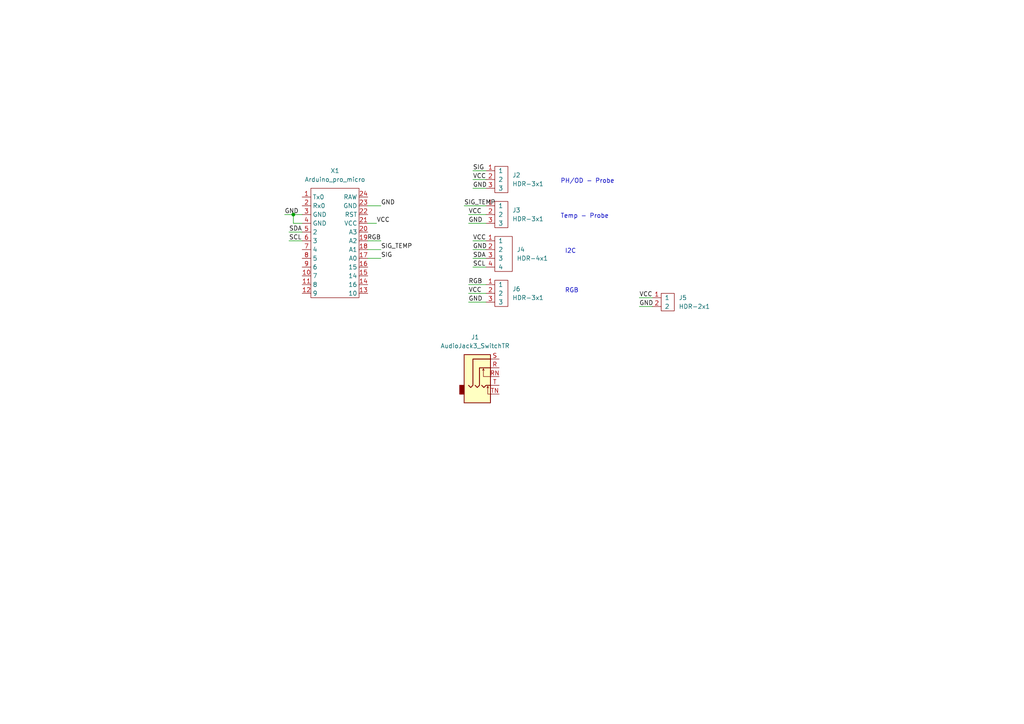
<source format=kicad_sch>
(kicad_sch (version 20211123) (generator eeschema)
  (paper "A4")
  (lib_symbols
    (symbol "Connector:AudioJack3_SwitchTR"
      (property "Reference" "J" (at 0 8.89 0))
      (property "Value" "AudioJack3_SwitchTR" (at 0 6.35 0))
      (symbol "AudioJack3_SwitchTR_0_1"
        (rectangle (start -5.08 -5.08) (end -6.35 -7.62) (stroke (width 0.254)) (fill (type outline)))
        (polyline (pts (xy 0.508 -0.254) (xy 0.762 -0.762)))
        (polyline (pts (xy 1.778 -5.334) (xy 2.032 -5.842)))
        (polyline (pts (xy 0 -5.08) (xy 0.635 -5.715) (xy 1.27 -5.08) (xy 2.54 -5.08)) (stroke (width 0.254)))
        (polyline (pts (xy 2.54 -7.62) (xy 1.778 -7.62) (xy 1.778 -5.334) (xy 1.524 -5.842)))
        (polyline (pts (xy 2.54 -2.54) (xy 0.508 -2.54) (xy 0.508 -0.254) (xy 0.254 -0.762)))
        (polyline (pts (xy -1.905 -5.08) (xy -1.27 -5.715) (xy -0.635 -5.08) (xy -0.635 0) (xy 2.54 0)) (stroke (width 0.254)))
        (polyline (pts (xy 2.54 2.54) (xy -2.54 2.54) (xy -2.54 -5.08) (xy -3.175 -5.715) (xy -3.81 -5.08)) (stroke (width 0.254)))
        (rectangle (start 2.54 3.81) (end -5.08 -10.16) (stroke (width 0.254)) (fill (type background)))
      )
      (symbol "AudioJack3_SwitchTR_1_1"
        (pin passive line (at 5.08 0 180) (length 2.54) (name "~") (number "R"))
        (pin passive line (at 5.08 -2.54 180) (length 2.54) (name "~") (number "RN"))
        (pin passive line (at 5.08 2.54 180) (length 2.54) (name "~") (number "S"))
        (pin passive line (at 5.08 -5.08 180) (length 2.54) (name "~") (number "T"))
        (pin passive line (at 5.08 -7.62 180) (length 2.54) (name "~") (number "TN"))
      )
    )
    (symbol "IoWLabsConnectors:HDR-2x1" (pin_names (offset 1.016))
      (property "Reference" "J" (at 1.27 3.81 0))
      (property "Value" "HDR-2x1" (at 3.81 -3.6322 0))
      (symbol "HDR-2x1_0_1"
        (rectangle (start 0 2.54) (end 3.81 -2.54))
      )
      (symbol "HDR-2x1_1_1"
        (pin unspecified line (at -2.54 1.27 0) (length 2.54) (name "1") (number "1"))
        (pin unspecified line (at -2.54 -1.27 0) (length 2.54) (name "2") (number "2"))
      )
    )
    (symbol "IoWLabsConnectors:HDR-3x1" (pin_names (offset 1.016))
      (property "Reference" "J" (at 2.54 5.08 0))
      (property "Value" "HDR-3x1" (at 3.81 -5.08 0))
      (symbol "HDR-3x1_0_1"
        (rectangle (start 0 3.81) (end 3.81 -3.81))
      )
      (symbol "HDR-3x1_1_1"
        (pin unspecified line (at -2.54 2.54 0) (length 2.54) (name "1") (number "1"))
        (pin unspecified line (at -2.54 0 0) (length 2.54) (name "2") (number "2"))
        (pin unspecified line (at -2.54 -2.54 0) (length 2.54) (name "3") (number "3"))
      )
    )
    (symbol "IoWLabsConnectors:HDR-4x1" (pin_names (offset 1.016))
      (property "Reference" "J" (at 3.81 2.54 0))
      (property "Value" "HDR-4x1" (at 3.81 -10.16 0))
      (symbol "HDR-4x1_0_1"
        (rectangle (start 0 1.27) (end 5.08 -8.89))
      )
      (symbol "HDR-4x1_1_1"
        (pin unspecified line (at -2.54 0 0) (length 2.54) (name "1") (number "1"))
        (pin unspecified line (at -2.54 -2.54 0) (length 2.54) (name "2") (number "2"))
        (pin unspecified line (at -2.54 -5.08 0) (length 2.54) (name "3") (number "3"))
        (pin unspecified line (at -2.54 -7.62 0) (length 2.54) (name "4") (number "4"))
      )
    )
    (symbol "IoWLabsModules:Arduino_pro_micro"
      (property "Reference" "X" (at -6.35 10.16 0))
      (property "Value" "Arduino_pro_micro" (at -1.27 -25.4 0))
      (symbol "Arduino_pro_micro_0_1"
        (rectangle (start -7.62 8.89) (end 6.35 -22.86))
      )
      (symbol "Arduino_pro_micro_1_1"
        (pin passive line (at -10.16 6.35 0) (length 2.54) (name "Tx0") (number "1"))
        (pin passive line (at -10.16 -16.51 0) (length 2.54) (name "7") (number "10"))
        (pin passive line (at -10.16 -19.05 0) (length 2.54) (name "8") (number "11"))
        (pin passive line (at -10.16 -21.59 0) (length 2.54) (name "9") (number "12"))
        (pin passive line (at 8.89 -21.59 180) (length 2.54) (name "10") (number "13"))
        (pin passive line (at 8.89 -19.05 180) (length 2.54) (name "16") (number "14"))
        (pin passive line (at 8.89 -16.51 180) (length 2.54) (name "14") (number "15"))
        (pin passive line (at 8.89 -13.97 180) (length 2.54) (name "15") (number "16"))
        (pin passive line (at 8.89 -11.43 180) (length 2.54) (name "A0") (number "17"))
        (pin passive line (at 8.89 -8.89 180) (length 2.54) (name "A1") (number "18"))
        (pin passive line (at 8.89 -6.35 180) (length 2.54) (name "A2") (number "19"))
        (pin passive line (at -10.16 3.81 0) (length 2.54) (name "Rx0") (number "2"))
        (pin passive line (at 8.89 -3.81 180) (length 2.54) (name "A3") (number "20"))
        (pin passive line (at 8.89 -1.27 180) (length 2.54) (name "VCC") (number "21"))
        (pin passive line (at 8.89 1.27 180) (length 2.54) (name "RST") (number "22"))
        (pin passive line (at 8.89 3.81 180) (length 2.54) (name "GND") (number "23"))
        (pin passive line (at 8.89 6.35 180) (length 2.54) (name "RAW") (number "24"))
        (pin passive line (at -10.16 1.27 0) (length 2.54) (name "GND") (number "3"))
        (pin passive line (at -10.16 -1.27 0) (length 2.54) (name "GND") (number "4"))
        (pin passive line (at -10.16 -3.81 0) (length 2.54) (name "2") (number "5"))
        (pin passive line (at -10.16 -6.35 0) (length 2.54) (name "3") (number "6"))
        (pin passive line (at -10.16 -8.89 0) (length 2.54) (name "4") (number "7"))
        (pin passive line (at -10.16 -11.43 0) (length 2.54) (name "5") (number "8"))
        (pin passive line (at -10.16 -13.97 0) (length 2.54) (name "6") (number "9"))
      )
    )
  )
  (junction (at 85.09 62.23))
  (wire (pts (xy 83.82 69.85) (xy 87.63 69.85)))
  (wire (pts (xy 110.49 72.39) (xy 106.68 72.39)))
  (wire (pts (xy 85.09 64.77) (xy 85.09 62.23)))
  (wire (pts (xy 137.16 69.85) (xy 140.97 69.85)))
  (wire (pts (xy 137.16 52.07) (xy 140.97 52.07)))
  (wire (pts (xy 85.09 62.23) (xy 87.63 62.23)))
  (wire (pts (xy 137.16 77.47) (xy 140.97 77.47)))
  (wire (pts (xy 137.16 74.93) (xy 140.97 74.93)))
  (wire (pts (xy 110.49 59.69) (xy 106.68 59.69)))
  (wire (pts (xy 110.49 69.85) (xy 106.68 69.85)))
  (wire (pts (xy 82.55 62.23) (xy 85.09 62.23)))
  (wire (pts (xy 185.42 86.36) (xy 189.23 86.36)))
  (wire (pts (xy 134.62 59.69) (xy 140.97 59.69)))
  (wire (pts (xy 110.49 74.93) (xy 106.68 74.93)))
  (wire (pts (xy 85.09 64.77) (xy 87.63 64.77)))
  (wire (pts (xy 135.89 64.77) (xy 140.97 64.77)))
  (wire (pts (xy 106.68 64.77) (xy 109.22 64.77)))
  (wire (pts (xy 135.89 87.63) (xy 140.97 87.63)))
  (wire (pts (xy 135.89 62.23) (xy 140.97 62.23)))
  (wire (pts (xy 185.42 88.9) (xy 189.23 88.9)))
  (wire (pts (xy 137.16 54.61) (xy 140.97 54.61)))
  (wire (pts (xy 137.16 49.53) (xy 140.97 49.53)))
  (wire (pts (xy 83.82 67.31) (xy 87.63 67.31)))
  (wire (pts (xy 135.89 82.55) (xy 140.97 82.55)))
  (wire (pts (xy 137.16 72.39) (xy 140.97 72.39)))
  (wire (pts (xy 135.89 85.09) (xy 140.97 85.09)))
  (text "I2C\n" (at 163.83 73.66 0) (effects (font (size 1.27 1.27)) (justify left bottom)))
  (text "RGB" (at 163.83 85.09 0) (effects (font (size 1.27 1.27)) (justify left bottom)))
  (text "Temp - Probe\n" (at 162.56 63.5 0) (effects (font (size 1.27 1.27)) (justify left bottom)))
  (text "PH/OD - Probe\n" (at 162.56 53.34 0) (effects (font (size 1.27 1.27)) (justify left bottom)))
  (label "VCC" (at 137.16 52.07 0))
  (label "VCC" (at 135.89 85.09 0))
  (label "GND" (at 137.16 72.39 0))
  (label "GND" (at 135.89 64.77 0))
  (label "SIG_TEMP" (at 134.62 59.69 0))
  (label "SCL" (at 83.82 69.85 0))
  (label "VCC" (at 185.42 86.36 0))
  (label "SDA" (at 83.82 67.31 0))
  (label "VCC" (at 109.22 64.77 0))
  (label "GND" (at 135.89 87.63 0))
  (label "SIG" (at 137.16 49.53 0))
  (label "SCL" (at 137.16 77.47 0))
  (label "VCC" (at 135.89 62.23 0))
  (label "RGB" (at 110.49 69.85 180))
  (label "SDA" (at 137.16 74.93 0))
  (label "RGB" (at 135.89 82.55 0))
  (label "SIG" (at 110.49 74.93 0))
  (label "SIG_TEMP" (at 110.49 72.39 0))
  (label "GND" (at 110.49 59.69 0))
  (label "VCC" (at 137.16 69.85 0))
  (label "GND" (at 185.42 88.9 0))
  (label "GND" (at 82.55 62.23 0))
  (label "GND" (at 137.16 54.61 0))
  (symbol (lib_id "IoWLabsConnectors:HDR-2x1") (at 191.77 87.63 0) (unit 1)
    (property "Reference" "J5" (at 196.85 86.3599 0) (effects (justify left)))
    (property "Value" "HDR-2x1" (at 196.85 88.8999 0) (effects (justify left)))
    (property "Footprint" "Connector_JST:JST_XH_B2B-XH-A_1x02_P2.50mm_Vertical" (effects hide))
    (property "Supplier" "LCSC" (effects hide))
  )
  (symbol (lib_id "IoWLabsModules:Arduino_pro_micro") (at 97.79 63.5 0) (unit 1)
    (property "Reference" "X1" (at 97.155 49.53 0))
    (property "Value" "Arduino_pro_micro" (at 97.155 52.07 0))
    (property "Footprint" "IoWLabs:Arduino_pro_micro" (effects hide))
  )
  (symbol (lib_id "IoWLabsConnectors:HDR-3x1") (at 143.51 62.23 0) (unit 1)
    (property "Reference" "J3" (at 148.59 60.9599 0) (effects (justify left)))
    (property "Value" "HDR-3x1" (at 148.59 63.4999 0) (effects (justify left)))
    (property "Footprint" "Connector_JST:JST_XH_B3B-XH-A_1x03_P2.50mm_Vertical" (effects hide))
    (property "Supplier" "LCSC" (effects hide))
  )
  (symbol (lib_id "IoWLabsConnectors:HDR-3x1") (at 143.51 85.09 0) (unit 1)
    (property "Reference" "J6" (at 148.59 83.8199 0) (effects (justify left)))
    (property "Value" "HDR-3x1" (at 148.59 86.3599 0) (effects (justify left)))
    (property "Footprint" "Connector_JST:JST_XH_B3B-XH-A_1x03_P2.50mm_Vertical" (effects hide))
    (property "Supplier" "LCSC" (effects hide))
  )
  (symbol (lib_id "IoWLabsConnectors:HDR-4x1") (at 143.51 69.85 0) (unit 1)
    (property "Reference" "J4" (at 149.86 72.3899 0) (effects (justify left)))
    (property "Value" "HDR-4x1" (at 149.86 74.9299 0) (effects (justify left)))
    (property "Footprint" "Connector_JST:JST_XH_S4B-XH-A_1x04_P2.50mm_Horizontal" (effects hide))
    (property "Supplier" "LCSC" (effects hide))
  )
  (symbol (lib_id "IoWLabsConnectors:HDR-3x1") (at 143.51 52.07 0) (unit 1)
    (property "Reference" "J2" (at 148.59 50.7999 0) (effects (justify left)))
    (property "Value" "HDR-3x1" (at 148.59 53.3399 0) (effects (justify left)))
    (property "Footprint" "Connector_JST:JST_XH_B3B-XH-A_1x03_P2.50mm_Vertical" (effects hide))
    (property "Supplier" "LCSC" (effects hide))
  )
  (symbol (lib_id "Connector:AudioJack3_SwitchTR") (at 139.7 106.68 0) (unit 1)
    (property "Reference" "J1" (at 137.795 97.79 0))
    (property "Value" "AudioJack3_SwitchTR" (at 137.795 100.33 0))
    (property "Footprint" "Connector_Audio:Jack_3.5mm_Ledino_KB3SPRS_Horizontal" (effects hide))
  )
)
</source>
